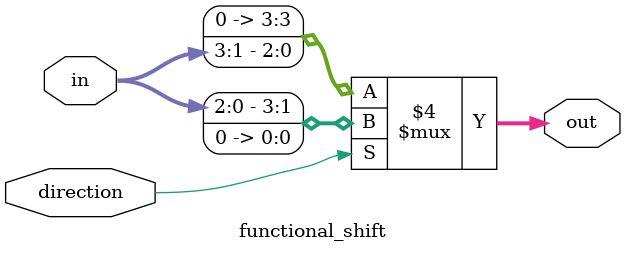
<source format=v>
`timescale 1ns / 1ps


module functional_shift(
    output reg [3:0] out,
    input [3:0] in,
    input direction
    );
    
    always @*
    begin
        if(direction == 1)
            out = {in[2:0], 1'b0}; 
        else
            out = {1'b0, in[3:1]};
    end
    
endmodule

</source>
